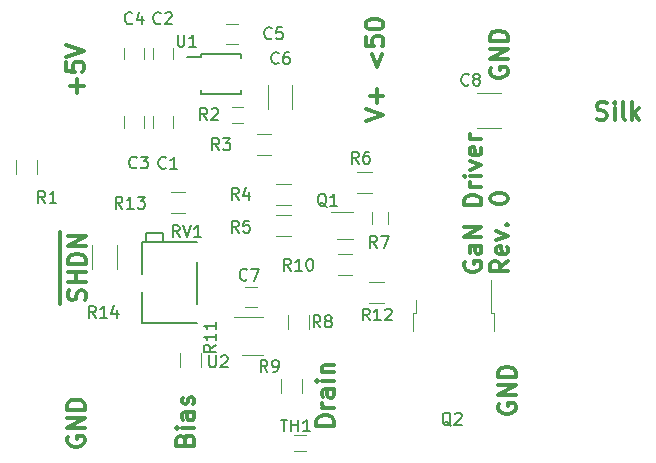
<source format=gto>
G04 #@! TF.GenerationSoftware,KiCad,Pcbnew,(5.1.4)-1*
G04 #@! TF.CreationDate,2019-11-14T19:44:45-06:00*
G04 #@! TF.ProjectId,Cree_GaN_Driver,43726565-5f47-4614-9e5f-447269766572,rev?*
G04 #@! TF.SameCoordinates,Original*
G04 #@! TF.FileFunction,Legend,Top*
G04 #@! TF.FilePolarity,Positive*
%FSLAX46Y46*%
G04 Gerber Fmt 4.6, Leading zero omitted, Abs format (unit mm)*
G04 Created by KiCad (PCBNEW (5.1.4)-1) date 2019-11-14 19:44:45*
%MOMM*%
%LPD*%
G04 APERTURE LIST*
%ADD10C,0.300000*%
%ADD11C,0.120000*%
%ADD12C,0.150000*%
G04 APERTURE END LIST*
D10*
X150919571Y-164013057D02*
X150205285Y-164513057D01*
X150919571Y-164870200D02*
X149419571Y-164870200D01*
X149419571Y-164298771D01*
X149491000Y-164155914D01*
X149562428Y-164084485D01*
X149705285Y-164013057D01*
X149919571Y-164013057D01*
X150062428Y-164084485D01*
X150133857Y-164155914D01*
X150205285Y-164298771D01*
X150205285Y-164870200D01*
X150848142Y-162798771D02*
X150919571Y-162941628D01*
X150919571Y-163227342D01*
X150848142Y-163370200D01*
X150705285Y-163441628D01*
X150133857Y-163441628D01*
X149991000Y-163370200D01*
X149919571Y-163227342D01*
X149919571Y-162941628D01*
X149991000Y-162798771D01*
X150133857Y-162727342D01*
X150276714Y-162727342D01*
X150419571Y-163441628D01*
X149919571Y-162227342D02*
X150919571Y-161870200D01*
X149919571Y-161513057D01*
X150776714Y-160941628D02*
X150848142Y-160870200D01*
X150919571Y-160941628D01*
X150848142Y-161013057D01*
X150776714Y-160941628D01*
X150919571Y-160941628D01*
X149419571Y-158798771D02*
X149419571Y-158655914D01*
X149491000Y-158513057D01*
X149562428Y-158441628D01*
X149705285Y-158370200D01*
X149991000Y-158298771D01*
X150348142Y-158298771D01*
X150633857Y-158370200D01*
X150776714Y-158441628D01*
X150848142Y-158513057D01*
X150919571Y-158655914D01*
X150919571Y-158798771D01*
X150848142Y-158941628D01*
X150776714Y-159013057D01*
X150633857Y-159084485D01*
X150348142Y-159155914D01*
X149991000Y-159155914D01*
X149705285Y-159084485D01*
X149562428Y-159013057D01*
X149491000Y-158941628D01*
X149419571Y-158798771D01*
X147230400Y-164074657D02*
X147158971Y-164217514D01*
X147158971Y-164431800D01*
X147230400Y-164646085D01*
X147373257Y-164788942D01*
X147516114Y-164860371D01*
X147801828Y-164931800D01*
X148016114Y-164931800D01*
X148301828Y-164860371D01*
X148444685Y-164788942D01*
X148587542Y-164646085D01*
X148658971Y-164431800D01*
X148658971Y-164288942D01*
X148587542Y-164074657D01*
X148516114Y-164003228D01*
X148016114Y-164003228D01*
X148016114Y-164288942D01*
X148658971Y-162717514D02*
X147873257Y-162717514D01*
X147730400Y-162788942D01*
X147658971Y-162931800D01*
X147658971Y-163217514D01*
X147730400Y-163360371D01*
X148587542Y-162717514D02*
X148658971Y-162860371D01*
X148658971Y-163217514D01*
X148587542Y-163360371D01*
X148444685Y-163431800D01*
X148301828Y-163431800D01*
X148158971Y-163360371D01*
X148087542Y-163217514D01*
X148087542Y-162860371D01*
X148016114Y-162717514D01*
X148658971Y-162003228D02*
X147158971Y-162003228D01*
X148658971Y-161146085D01*
X147158971Y-161146085D01*
X148658971Y-159288942D02*
X147158971Y-159288942D01*
X147158971Y-158931800D01*
X147230400Y-158717514D01*
X147373257Y-158574657D01*
X147516114Y-158503228D01*
X147801828Y-158431800D01*
X148016114Y-158431800D01*
X148301828Y-158503228D01*
X148444685Y-158574657D01*
X148587542Y-158717514D01*
X148658971Y-158931800D01*
X148658971Y-159288942D01*
X148658971Y-157788942D02*
X147658971Y-157788942D01*
X147944685Y-157788942D02*
X147801828Y-157717514D01*
X147730400Y-157646085D01*
X147658971Y-157503228D01*
X147658971Y-157360371D01*
X148658971Y-156860371D02*
X147658971Y-156860371D01*
X147158971Y-156860371D02*
X147230400Y-156931800D01*
X147301828Y-156860371D01*
X147230400Y-156788942D01*
X147158971Y-156860371D01*
X147301828Y-156860371D01*
X147658971Y-156288942D02*
X148658971Y-155931800D01*
X147658971Y-155574657D01*
X148587542Y-154431800D02*
X148658971Y-154574657D01*
X148658971Y-154860371D01*
X148587542Y-155003228D01*
X148444685Y-155074657D01*
X147873257Y-155074657D01*
X147730400Y-155003228D01*
X147658971Y-154860371D01*
X147658971Y-154574657D01*
X147730400Y-154431800D01*
X147873257Y-154360371D01*
X148016114Y-154360371D01*
X148158971Y-155074657D01*
X148658971Y-153717514D02*
X147658971Y-153717514D01*
X147944685Y-153717514D02*
X147801828Y-153646085D01*
X147730400Y-153574657D01*
X147658971Y-153431800D01*
X147658971Y-153288942D01*
X158424785Y-151991142D02*
X158639071Y-152062571D01*
X158996214Y-152062571D01*
X159139071Y-151991142D01*
X159210500Y-151919714D01*
X159281928Y-151776857D01*
X159281928Y-151634000D01*
X159210500Y-151491142D01*
X159139071Y-151419714D01*
X158996214Y-151348285D01*
X158710500Y-151276857D01*
X158567642Y-151205428D01*
X158496214Y-151134000D01*
X158424785Y-150991142D01*
X158424785Y-150848285D01*
X158496214Y-150705428D01*
X158567642Y-150634000D01*
X158710500Y-150562571D01*
X159067642Y-150562571D01*
X159281928Y-150634000D01*
X159924785Y-152062571D02*
X159924785Y-151062571D01*
X159924785Y-150562571D02*
X159853357Y-150634000D01*
X159924785Y-150705428D01*
X159996214Y-150634000D01*
X159924785Y-150562571D01*
X159924785Y-150705428D01*
X160853357Y-152062571D02*
X160710500Y-151991142D01*
X160639071Y-151848285D01*
X160639071Y-150562571D01*
X161424785Y-152062571D02*
X161424785Y-150562571D01*
X161567642Y-151491142D02*
X161996214Y-152062571D01*
X161996214Y-151062571D02*
X161424785Y-151634000D01*
X138853171Y-152134342D02*
X140353171Y-151634342D01*
X138853171Y-151134342D01*
X139781742Y-150634342D02*
X139781742Y-149491485D01*
X140353171Y-150062914D02*
X139210314Y-150062914D01*
X139353171Y-146491485D02*
X139781742Y-147634342D01*
X140210314Y-146491485D01*
X138853171Y-145062914D02*
X138853171Y-145777200D01*
X139567457Y-145848628D01*
X139496028Y-145777200D01*
X139424600Y-145634342D01*
X139424600Y-145277200D01*
X139496028Y-145134342D01*
X139567457Y-145062914D01*
X139710314Y-144991485D01*
X140067457Y-144991485D01*
X140210314Y-145062914D01*
X140281742Y-145134342D01*
X140353171Y-145277200D01*
X140353171Y-145634342D01*
X140281742Y-145777200D01*
X140210314Y-145848628D01*
X138853171Y-144062914D02*
X138853171Y-143920057D01*
X138924600Y-143777200D01*
X138996028Y-143705771D01*
X139138885Y-143634342D01*
X139424600Y-143562914D01*
X139781742Y-143562914D01*
X140067457Y-143634342D01*
X140210314Y-143705771D01*
X140281742Y-143777200D01*
X140353171Y-143920057D01*
X140353171Y-144062914D01*
X140281742Y-144205771D01*
X140210314Y-144277200D01*
X140067457Y-144348628D01*
X139781742Y-144420057D01*
X139424600Y-144420057D01*
X139138885Y-144348628D01*
X138996028Y-144277200D01*
X138924600Y-144205771D01*
X138853171Y-144062914D01*
X149440200Y-147675457D02*
X149368771Y-147818314D01*
X149368771Y-148032600D01*
X149440200Y-148246885D01*
X149583057Y-148389742D01*
X149725914Y-148461171D01*
X150011628Y-148532600D01*
X150225914Y-148532600D01*
X150511628Y-148461171D01*
X150654485Y-148389742D01*
X150797342Y-148246885D01*
X150868771Y-148032600D01*
X150868771Y-147889742D01*
X150797342Y-147675457D01*
X150725914Y-147604028D01*
X150225914Y-147604028D01*
X150225914Y-147889742D01*
X150868771Y-146961171D02*
X149368771Y-146961171D01*
X150868771Y-146104028D01*
X149368771Y-146104028D01*
X150868771Y-145389742D02*
X149368771Y-145389742D01*
X149368771Y-145032600D01*
X149440200Y-144818314D01*
X149583057Y-144675457D01*
X149725914Y-144604028D01*
X150011628Y-144532600D01*
X150225914Y-144532600D01*
X150511628Y-144604028D01*
X150654485Y-144675457D01*
X150797342Y-144818314D01*
X150868771Y-145032600D01*
X150868771Y-145389742D01*
X150151400Y-176123457D02*
X150079971Y-176266314D01*
X150079971Y-176480600D01*
X150151400Y-176694885D01*
X150294257Y-176837742D01*
X150437114Y-176909171D01*
X150722828Y-176980600D01*
X150937114Y-176980600D01*
X151222828Y-176909171D01*
X151365685Y-176837742D01*
X151508542Y-176694885D01*
X151579971Y-176480600D01*
X151579971Y-176337742D01*
X151508542Y-176123457D01*
X151437114Y-176052028D01*
X150937114Y-176052028D01*
X150937114Y-176337742D01*
X151579971Y-175409171D02*
X150079971Y-175409171D01*
X151579971Y-174552028D01*
X150079971Y-174552028D01*
X151579971Y-173837742D02*
X150079971Y-173837742D01*
X150079971Y-173480600D01*
X150151400Y-173266314D01*
X150294257Y-173123457D01*
X150437114Y-173052028D01*
X150722828Y-172980600D01*
X150937114Y-172980600D01*
X151222828Y-173052028D01*
X151365685Y-173123457D01*
X151508542Y-173266314D01*
X151579971Y-173480600D01*
X151579971Y-173837742D01*
X113651600Y-178892057D02*
X113580171Y-179034914D01*
X113580171Y-179249200D01*
X113651600Y-179463485D01*
X113794457Y-179606342D01*
X113937314Y-179677771D01*
X114223028Y-179749200D01*
X114437314Y-179749200D01*
X114723028Y-179677771D01*
X114865885Y-179606342D01*
X115008742Y-179463485D01*
X115080171Y-179249200D01*
X115080171Y-179106342D01*
X115008742Y-178892057D01*
X114937314Y-178820628D01*
X114437314Y-178820628D01*
X114437314Y-179106342D01*
X115080171Y-178177771D02*
X113580171Y-178177771D01*
X115080171Y-177320628D01*
X113580171Y-177320628D01*
X115080171Y-176606342D02*
X113580171Y-176606342D01*
X113580171Y-176249200D01*
X113651600Y-176034914D01*
X113794457Y-175892057D01*
X113937314Y-175820628D01*
X114223028Y-175749200D01*
X114437314Y-175749200D01*
X114723028Y-175820628D01*
X114865885Y-175892057D01*
X115008742Y-176034914D01*
X115080171Y-176249200D01*
X115080171Y-176606342D01*
X113007800Y-167627714D02*
X113007800Y-166199142D01*
X115084942Y-167342000D02*
X115156371Y-167127714D01*
X115156371Y-166770571D01*
X115084942Y-166627714D01*
X115013514Y-166556285D01*
X114870657Y-166484857D01*
X114727800Y-166484857D01*
X114584942Y-166556285D01*
X114513514Y-166627714D01*
X114442085Y-166770571D01*
X114370657Y-167056285D01*
X114299228Y-167199142D01*
X114227800Y-167270571D01*
X114084942Y-167342000D01*
X113942085Y-167342000D01*
X113799228Y-167270571D01*
X113727800Y-167199142D01*
X113656371Y-167056285D01*
X113656371Y-166699142D01*
X113727800Y-166484857D01*
X113007800Y-166199142D02*
X113007800Y-164627714D01*
X115156371Y-165842000D02*
X113656371Y-165842000D01*
X114370657Y-165842000D02*
X114370657Y-164984857D01*
X115156371Y-164984857D02*
X113656371Y-164984857D01*
X113007800Y-164627714D02*
X113007800Y-163127714D01*
X115156371Y-164270571D02*
X113656371Y-164270571D01*
X113656371Y-163913428D01*
X113727800Y-163699142D01*
X113870657Y-163556285D01*
X114013514Y-163484857D01*
X114299228Y-163413428D01*
X114513514Y-163413428D01*
X114799228Y-163484857D01*
X114942085Y-163556285D01*
X115084942Y-163699142D01*
X115156371Y-163913428D01*
X115156371Y-164270571D01*
X113007800Y-163127714D02*
X113007800Y-161556285D01*
X115156371Y-162770571D02*
X113656371Y-162770571D01*
X115156371Y-161913428D01*
X113656371Y-161913428D01*
X114432542Y-149781971D02*
X114432542Y-148639114D01*
X115003971Y-149210542D02*
X113861114Y-149210542D01*
X113503971Y-147210542D02*
X113503971Y-147924828D01*
X114218257Y-147996257D01*
X114146828Y-147924828D01*
X114075400Y-147781971D01*
X114075400Y-147424828D01*
X114146828Y-147281971D01*
X114218257Y-147210542D01*
X114361114Y-147139114D01*
X114718257Y-147139114D01*
X114861114Y-147210542D01*
X114932542Y-147281971D01*
X115003971Y-147424828D01*
X115003971Y-147781971D01*
X114932542Y-147924828D01*
X114861114Y-147996257D01*
X113503971Y-146710542D02*
X115003971Y-146210542D01*
X113503971Y-145710542D01*
X136187571Y-177958428D02*
X134687571Y-177958428D01*
X134687571Y-177601285D01*
X134759000Y-177387000D01*
X134901857Y-177244142D01*
X135044714Y-177172714D01*
X135330428Y-177101285D01*
X135544714Y-177101285D01*
X135830428Y-177172714D01*
X135973285Y-177244142D01*
X136116142Y-177387000D01*
X136187571Y-177601285D01*
X136187571Y-177958428D01*
X136187571Y-176458428D02*
X135187571Y-176458428D01*
X135473285Y-176458428D02*
X135330428Y-176387000D01*
X135259000Y-176315571D01*
X135187571Y-176172714D01*
X135187571Y-176029857D01*
X136187571Y-174887000D02*
X135401857Y-174887000D01*
X135259000Y-174958428D01*
X135187571Y-175101285D01*
X135187571Y-175387000D01*
X135259000Y-175529857D01*
X136116142Y-174887000D02*
X136187571Y-175029857D01*
X136187571Y-175387000D01*
X136116142Y-175529857D01*
X135973285Y-175601285D01*
X135830428Y-175601285D01*
X135687571Y-175529857D01*
X135616142Y-175387000D01*
X135616142Y-175029857D01*
X135544714Y-174887000D01*
X136187571Y-174172714D02*
X135187571Y-174172714D01*
X134687571Y-174172714D02*
X134759000Y-174244142D01*
X134830428Y-174172714D01*
X134759000Y-174101285D01*
X134687571Y-174172714D01*
X134830428Y-174172714D01*
X135187571Y-173458428D02*
X136187571Y-173458428D01*
X135330428Y-173458428D02*
X135259000Y-173387000D01*
X135187571Y-173244142D01*
X135187571Y-173029857D01*
X135259000Y-172887000D01*
X135401857Y-172815571D01*
X136187571Y-172815571D01*
X123540057Y-179157914D02*
X123611485Y-178943628D01*
X123682914Y-178872200D01*
X123825771Y-178800771D01*
X124040057Y-178800771D01*
X124182914Y-178872200D01*
X124254342Y-178943628D01*
X124325771Y-179086485D01*
X124325771Y-179657914D01*
X122825771Y-179657914D01*
X122825771Y-179157914D01*
X122897200Y-179015057D01*
X122968628Y-178943628D01*
X123111485Y-178872200D01*
X123254342Y-178872200D01*
X123397200Y-178943628D01*
X123468628Y-179015057D01*
X123540057Y-179157914D01*
X123540057Y-179657914D01*
X124325771Y-178157914D02*
X123325771Y-178157914D01*
X122825771Y-178157914D02*
X122897200Y-178229342D01*
X122968628Y-178157914D01*
X122897200Y-178086485D01*
X122825771Y-178157914D01*
X122968628Y-178157914D01*
X124325771Y-176800771D02*
X123540057Y-176800771D01*
X123397200Y-176872200D01*
X123325771Y-177015057D01*
X123325771Y-177300771D01*
X123397200Y-177443628D01*
X124254342Y-176800771D02*
X124325771Y-176943628D01*
X124325771Y-177300771D01*
X124254342Y-177443628D01*
X124111485Y-177515057D01*
X123968628Y-177515057D01*
X123825771Y-177443628D01*
X123754342Y-177300771D01*
X123754342Y-176943628D01*
X123682914Y-176800771D01*
X124254342Y-176157914D02*
X124325771Y-176015057D01*
X124325771Y-175729342D01*
X124254342Y-175586485D01*
X124111485Y-175515057D01*
X124040057Y-175515057D01*
X123897200Y-175586485D01*
X123825771Y-175729342D01*
X123825771Y-175943628D01*
X123754342Y-176086485D01*
X123611485Y-176157914D01*
X123540057Y-176157914D01*
X123397200Y-176086485D01*
X123325771Y-175943628D01*
X123325771Y-175729342D01*
X123397200Y-175586485D01*
D11*
X111039800Y-155436000D02*
X111039800Y-156636000D01*
X109279800Y-156636000D02*
X109279800Y-155436000D01*
X120816000Y-151773000D02*
X120816000Y-152773000D01*
X122516000Y-152773000D02*
X122516000Y-151773000D01*
X122516000Y-146951000D02*
X122516000Y-145951000D01*
X120816000Y-145951000D02*
X120816000Y-146951000D01*
X120103000Y-152773000D02*
X120103000Y-151773000D01*
X118403000Y-151773000D02*
X118403000Y-152773000D01*
X118403000Y-145951000D02*
X118403000Y-146951000D01*
X120103000Y-146951000D02*
X120103000Y-145951000D01*
X127008000Y-145630000D02*
X128008000Y-145630000D01*
X128008000Y-143930000D02*
X127008000Y-143930000D01*
X130552000Y-149138000D02*
X130552000Y-151138000D01*
X132592000Y-151138000D02*
X132592000Y-149138000D01*
X129615500Y-166218500D02*
X128615500Y-166218500D01*
X128615500Y-167918500D02*
X129615500Y-167918500D01*
X136399000Y-162181000D02*
X137799000Y-162181000D01*
X137799000Y-159861000D02*
X135899000Y-159861000D01*
X143125000Y-168428000D02*
X143125000Y-167328000D01*
X142855000Y-168428000D02*
X143125000Y-168428000D01*
X142855000Y-169928000D02*
X142855000Y-168428000D01*
X149485000Y-168428000D02*
X149485000Y-165598000D01*
X149755000Y-168428000D02*
X149485000Y-168428000D01*
X149755000Y-169928000D02*
X149755000Y-168428000D01*
X128504000Y-152318000D02*
X127504000Y-152318000D01*
X127504000Y-150958000D02*
X128504000Y-150958000D01*
X129655000Y-153298000D02*
X130855000Y-153298000D01*
X130855000Y-155058000D02*
X129655000Y-155058000D01*
X132506000Y-159249000D02*
X131306000Y-159249000D01*
X131306000Y-157489000D02*
X132506000Y-157489000D01*
X131306000Y-160156000D02*
X132506000Y-160156000D01*
X132506000Y-161916000D02*
X131306000Y-161916000D01*
X138164000Y-156473000D02*
X139364000Y-156473000D01*
X139364000Y-158233000D02*
X138164000Y-158233000D01*
X139401000Y-160913000D02*
X139401000Y-159913000D01*
X140761000Y-159913000D02*
X140761000Y-160913000D01*
X134039500Y-168564000D02*
X134039500Y-169764000D01*
X132279500Y-169764000D02*
X132279500Y-168564000D01*
X131708000Y-175178000D02*
X131708000Y-173978000D01*
X133468000Y-173978000D02*
X133468000Y-175178000D01*
X137680000Y-165218000D02*
X136480000Y-165218000D01*
X136480000Y-163458000D02*
X137680000Y-163458000D01*
X139180000Y-165807500D02*
X140380000Y-165807500D01*
X140380000Y-167567500D02*
X139180000Y-167567500D01*
X115668400Y-164671000D02*
X115668400Y-162671000D01*
X117808400Y-162671000D02*
X117808400Y-164671000D01*
D12*
X119888000Y-165100000D02*
X119888000Y-162433000D01*
X119888000Y-162433000D02*
X124587000Y-162433000D01*
X124587000Y-164084000D02*
X124587000Y-167640000D01*
X124587000Y-169291000D02*
X119888000Y-169291000D01*
X119888000Y-169291000D02*
X119888000Y-166624000D01*
X120269000Y-162433000D02*
X120269000Y-161671000D01*
X120269000Y-161671000D02*
X121666000Y-161671000D01*
X121666000Y-161671000D02*
X121666000Y-162433000D01*
D11*
X133766000Y-180131000D02*
X132766000Y-180131000D01*
X132766000Y-178771000D02*
X133766000Y-178771000D01*
D12*
X124944000Y-146759000D02*
X123719000Y-146759000D01*
X124944000Y-149884000D02*
X128294000Y-149884000D01*
X124944000Y-146534000D02*
X128294000Y-146534000D01*
X124944000Y-149884000D02*
X124944000Y-149584000D01*
X128294000Y-149884000D02*
X128294000Y-149584000D01*
X128294000Y-146534000D02*
X128294000Y-146834000D01*
X124944000Y-146534000D02*
X124944000Y-146759000D01*
D11*
X130186000Y-168760500D02*
X127736000Y-168760500D01*
X128386000Y-171980500D02*
X130186000Y-171980500D01*
X148288500Y-149840500D02*
X150288500Y-149840500D01*
X150288500Y-152800500D02*
X148288500Y-152800500D01*
X124933600Y-171786000D02*
X124933600Y-172986000D01*
X123173600Y-172986000D02*
X123173600Y-171786000D01*
X122336000Y-158200200D02*
X123536000Y-158200200D01*
X123536000Y-159960200D02*
X122336000Y-159960200D01*
D12*
X111720333Y-159100780D02*
X111387000Y-158624590D01*
X111148904Y-159100780D02*
X111148904Y-158100780D01*
X111529857Y-158100780D01*
X111625095Y-158148400D01*
X111672714Y-158196019D01*
X111720333Y-158291257D01*
X111720333Y-158434114D01*
X111672714Y-158529352D01*
X111625095Y-158576971D01*
X111529857Y-158624590D01*
X111148904Y-158624590D01*
X112672714Y-159100780D02*
X112101285Y-159100780D01*
X112387000Y-159100780D02*
X112387000Y-158100780D01*
X112291761Y-158243638D01*
X112196523Y-158338876D01*
X112101285Y-158386495D01*
X121931133Y-156109942D02*
X121883514Y-156157561D01*
X121740657Y-156205180D01*
X121645419Y-156205180D01*
X121502561Y-156157561D01*
X121407323Y-156062323D01*
X121359704Y-155967085D01*
X121312085Y-155776609D01*
X121312085Y-155633752D01*
X121359704Y-155443276D01*
X121407323Y-155348038D01*
X121502561Y-155252800D01*
X121645419Y-155205180D01*
X121740657Y-155205180D01*
X121883514Y-155252800D01*
X121931133Y-155300419D01*
X122883514Y-156205180D02*
X122312085Y-156205180D01*
X122597800Y-156205180D02*
X122597800Y-155205180D01*
X122502561Y-155348038D01*
X122407323Y-155443276D01*
X122312085Y-155490895D01*
X121499333Y-143867142D02*
X121451714Y-143914761D01*
X121308857Y-143962380D01*
X121213619Y-143962380D01*
X121070761Y-143914761D01*
X120975523Y-143819523D01*
X120927904Y-143724285D01*
X120880285Y-143533809D01*
X120880285Y-143390952D01*
X120927904Y-143200476D01*
X120975523Y-143105238D01*
X121070761Y-143010000D01*
X121213619Y-142962380D01*
X121308857Y-142962380D01*
X121451714Y-143010000D01*
X121499333Y-143057619D01*
X121880285Y-143057619D02*
X121927904Y-143010000D01*
X122023142Y-142962380D01*
X122261238Y-142962380D01*
X122356476Y-143010000D01*
X122404095Y-143057619D01*
X122451714Y-143152857D01*
X122451714Y-143248095D01*
X122404095Y-143390952D01*
X121832666Y-143962380D01*
X122451714Y-143962380D01*
X119467333Y-156084542D02*
X119419714Y-156132161D01*
X119276857Y-156179780D01*
X119181619Y-156179780D01*
X119038761Y-156132161D01*
X118943523Y-156036923D01*
X118895904Y-155941685D01*
X118848285Y-155751209D01*
X118848285Y-155608352D01*
X118895904Y-155417876D01*
X118943523Y-155322638D01*
X119038761Y-155227400D01*
X119181619Y-155179780D01*
X119276857Y-155179780D01*
X119419714Y-155227400D01*
X119467333Y-155275019D01*
X119800666Y-155179780D02*
X120419714Y-155179780D01*
X120086380Y-155560733D01*
X120229238Y-155560733D01*
X120324476Y-155608352D01*
X120372095Y-155655971D01*
X120419714Y-155751209D01*
X120419714Y-155989304D01*
X120372095Y-156084542D01*
X120324476Y-156132161D01*
X120229238Y-156179780D01*
X119943523Y-156179780D01*
X119848285Y-156132161D01*
X119800666Y-156084542D01*
X119086333Y-143867142D02*
X119038714Y-143914761D01*
X118895857Y-143962380D01*
X118800619Y-143962380D01*
X118657761Y-143914761D01*
X118562523Y-143819523D01*
X118514904Y-143724285D01*
X118467285Y-143533809D01*
X118467285Y-143390952D01*
X118514904Y-143200476D01*
X118562523Y-143105238D01*
X118657761Y-143010000D01*
X118800619Y-142962380D01*
X118895857Y-142962380D01*
X119038714Y-143010000D01*
X119086333Y-143057619D01*
X119943476Y-143295714D02*
X119943476Y-143962380D01*
X119705380Y-142914761D02*
X119467285Y-143629047D01*
X120086333Y-143629047D01*
X130897333Y-145137142D02*
X130849714Y-145184761D01*
X130706857Y-145232380D01*
X130611619Y-145232380D01*
X130468761Y-145184761D01*
X130373523Y-145089523D01*
X130325904Y-144994285D01*
X130278285Y-144803809D01*
X130278285Y-144660952D01*
X130325904Y-144470476D01*
X130373523Y-144375238D01*
X130468761Y-144280000D01*
X130611619Y-144232380D01*
X130706857Y-144232380D01*
X130849714Y-144280000D01*
X130897333Y-144327619D01*
X131802095Y-144232380D02*
X131325904Y-144232380D01*
X131278285Y-144708571D01*
X131325904Y-144660952D01*
X131421142Y-144613333D01*
X131659238Y-144613333D01*
X131754476Y-144660952D01*
X131802095Y-144708571D01*
X131849714Y-144803809D01*
X131849714Y-145041904D01*
X131802095Y-145137142D01*
X131754476Y-145184761D01*
X131659238Y-145232380D01*
X131421142Y-145232380D01*
X131325904Y-145184761D01*
X131278285Y-145137142D01*
X131481533Y-147245342D02*
X131433914Y-147292961D01*
X131291057Y-147340580D01*
X131195819Y-147340580D01*
X131052961Y-147292961D01*
X130957723Y-147197723D01*
X130910104Y-147102485D01*
X130862485Y-146912009D01*
X130862485Y-146769152D01*
X130910104Y-146578676D01*
X130957723Y-146483438D01*
X131052961Y-146388200D01*
X131195819Y-146340580D01*
X131291057Y-146340580D01*
X131433914Y-146388200D01*
X131481533Y-146435819D01*
X132338676Y-146340580D02*
X132148200Y-146340580D01*
X132052961Y-146388200D01*
X132005342Y-146435819D01*
X131910104Y-146578676D01*
X131862485Y-146769152D01*
X131862485Y-147150104D01*
X131910104Y-147245342D01*
X131957723Y-147292961D01*
X132052961Y-147340580D01*
X132243438Y-147340580D01*
X132338676Y-147292961D01*
X132386295Y-147245342D01*
X132433914Y-147150104D01*
X132433914Y-146912009D01*
X132386295Y-146816771D01*
X132338676Y-146769152D01*
X132243438Y-146721533D01*
X132052961Y-146721533D01*
X131957723Y-146769152D01*
X131910104Y-146816771D01*
X131862485Y-146912009D01*
X128801833Y-165584142D02*
X128754214Y-165631761D01*
X128611357Y-165679380D01*
X128516119Y-165679380D01*
X128373261Y-165631761D01*
X128278023Y-165536523D01*
X128230404Y-165441285D01*
X128182785Y-165250809D01*
X128182785Y-165107952D01*
X128230404Y-164917476D01*
X128278023Y-164822238D01*
X128373261Y-164727000D01*
X128516119Y-164679380D01*
X128611357Y-164679380D01*
X128754214Y-164727000D01*
X128801833Y-164774619D01*
X129135166Y-164679380D02*
X129801833Y-164679380D01*
X129373261Y-165679380D01*
X135540761Y-159424619D02*
X135445523Y-159377000D01*
X135350285Y-159281761D01*
X135207428Y-159138904D01*
X135112190Y-159091285D01*
X135016952Y-159091285D01*
X135064571Y-159329380D02*
X134969333Y-159281761D01*
X134874095Y-159186523D01*
X134826476Y-158996047D01*
X134826476Y-158662714D01*
X134874095Y-158472238D01*
X134969333Y-158377000D01*
X135064571Y-158329380D01*
X135255047Y-158329380D01*
X135350285Y-158377000D01*
X135445523Y-158472238D01*
X135493142Y-158662714D01*
X135493142Y-158996047D01*
X135445523Y-159186523D01*
X135350285Y-159281761D01*
X135255047Y-159329380D01*
X135064571Y-159329380D01*
X136445523Y-159329380D02*
X135874095Y-159329380D01*
X136159809Y-159329380D02*
X136159809Y-158329380D01*
X136064571Y-158472238D01*
X135969333Y-158567476D01*
X135874095Y-158615095D01*
X146081761Y-177966619D02*
X145986523Y-177919000D01*
X145891285Y-177823761D01*
X145748428Y-177680904D01*
X145653190Y-177633285D01*
X145557952Y-177633285D01*
X145605571Y-177871380D02*
X145510333Y-177823761D01*
X145415095Y-177728523D01*
X145367476Y-177538047D01*
X145367476Y-177204714D01*
X145415095Y-177014238D01*
X145510333Y-176919000D01*
X145605571Y-176871380D01*
X145796047Y-176871380D01*
X145891285Y-176919000D01*
X145986523Y-177014238D01*
X146034142Y-177204714D01*
X146034142Y-177538047D01*
X145986523Y-177728523D01*
X145891285Y-177823761D01*
X145796047Y-177871380D01*
X145605571Y-177871380D01*
X146415095Y-176966619D02*
X146462714Y-176919000D01*
X146557952Y-176871380D01*
X146796047Y-176871380D01*
X146891285Y-176919000D01*
X146938904Y-176966619D01*
X146986523Y-177061857D01*
X146986523Y-177157095D01*
X146938904Y-177299952D01*
X146367476Y-177871380D01*
X146986523Y-177871380D01*
X125436333Y-152090380D02*
X125103000Y-151614190D01*
X124864904Y-152090380D02*
X124864904Y-151090380D01*
X125245857Y-151090380D01*
X125341095Y-151138000D01*
X125388714Y-151185619D01*
X125436333Y-151280857D01*
X125436333Y-151423714D01*
X125388714Y-151518952D01*
X125341095Y-151566571D01*
X125245857Y-151614190D01*
X124864904Y-151614190D01*
X125817285Y-151185619D02*
X125864904Y-151138000D01*
X125960142Y-151090380D01*
X126198238Y-151090380D01*
X126293476Y-151138000D01*
X126341095Y-151185619D01*
X126388714Y-151280857D01*
X126388714Y-151376095D01*
X126341095Y-151518952D01*
X125769666Y-152090380D01*
X126388714Y-152090380D01*
X126452333Y-154630380D02*
X126119000Y-154154190D01*
X125880904Y-154630380D02*
X125880904Y-153630380D01*
X126261857Y-153630380D01*
X126357095Y-153678000D01*
X126404714Y-153725619D01*
X126452333Y-153820857D01*
X126452333Y-153963714D01*
X126404714Y-154058952D01*
X126357095Y-154106571D01*
X126261857Y-154154190D01*
X125880904Y-154154190D01*
X126785666Y-153630380D02*
X127404714Y-153630380D01*
X127071380Y-154011333D01*
X127214238Y-154011333D01*
X127309476Y-154058952D01*
X127357095Y-154106571D01*
X127404714Y-154201809D01*
X127404714Y-154439904D01*
X127357095Y-154535142D01*
X127309476Y-154582761D01*
X127214238Y-154630380D01*
X126928523Y-154630380D01*
X126833285Y-154582761D01*
X126785666Y-154535142D01*
X128103333Y-158821380D02*
X127770000Y-158345190D01*
X127531904Y-158821380D02*
X127531904Y-157821380D01*
X127912857Y-157821380D01*
X128008095Y-157869000D01*
X128055714Y-157916619D01*
X128103333Y-158011857D01*
X128103333Y-158154714D01*
X128055714Y-158249952D01*
X128008095Y-158297571D01*
X127912857Y-158345190D01*
X127531904Y-158345190D01*
X128960476Y-158154714D02*
X128960476Y-158821380D01*
X128722380Y-157773761D02*
X128484285Y-158488047D01*
X129103333Y-158488047D01*
X128103333Y-161615380D02*
X127770000Y-161139190D01*
X127531904Y-161615380D02*
X127531904Y-160615380D01*
X127912857Y-160615380D01*
X128008095Y-160663000D01*
X128055714Y-160710619D01*
X128103333Y-160805857D01*
X128103333Y-160948714D01*
X128055714Y-161043952D01*
X128008095Y-161091571D01*
X127912857Y-161139190D01*
X127531904Y-161139190D01*
X129008095Y-160615380D02*
X128531904Y-160615380D01*
X128484285Y-161091571D01*
X128531904Y-161043952D01*
X128627142Y-160996333D01*
X128865238Y-160996333D01*
X128960476Y-161043952D01*
X129008095Y-161091571D01*
X129055714Y-161186809D01*
X129055714Y-161424904D01*
X129008095Y-161520142D01*
X128960476Y-161567761D01*
X128865238Y-161615380D01*
X128627142Y-161615380D01*
X128531904Y-161567761D01*
X128484285Y-161520142D01*
X138263333Y-155773380D02*
X137930000Y-155297190D01*
X137691904Y-155773380D02*
X137691904Y-154773380D01*
X138072857Y-154773380D01*
X138168095Y-154821000D01*
X138215714Y-154868619D01*
X138263333Y-154963857D01*
X138263333Y-155106714D01*
X138215714Y-155201952D01*
X138168095Y-155249571D01*
X138072857Y-155297190D01*
X137691904Y-155297190D01*
X139120476Y-154773380D02*
X138930000Y-154773380D01*
X138834761Y-154821000D01*
X138787142Y-154868619D01*
X138691904Y-155011476D01*
X138644285Y-155201952D01*
X138644285Y-155582904D01*
X138691904Y-155678142D01*
X138739523Y-155725761D01*
X138834761Y-155773380D01*
X139025238Y-155773380D01*
X139120476Y-155725761D01*
X139168095Y-155678142D01*
X139215714Y-155582904D01*
X139215714Y-155344809D01*
X139168095Y-155249571D01*
X139120476Y-155201952D01*
X139025238Y-155154333D01*
X138834761Y-155154333D01*
X138739523Y-155201952D01*
X138691904Y-155249571D01*
X138644285Y-155344809D01*
X139812733Y-162885380D02*
X139479400Y-162409190D01*
X139241304Y-162885380D02*
X139241304Y-161885380D01*
X139622257Y-161885380D01*
X139717495Y-161933000D01*
X139765114Y-161980619D01*
X139812733Y-162075857D01*
X139812733Y-162218714D01*
X139765114Y-162313952D01*
X139717495Y-162361571D01*
X139622257Y-162409190D01*
X139241304Y-162409190D01*
X140146066Y-161885380D02*
X140812733Y-161885380D01*
X140384161Y-162885380D01*
X135024833Y-169632880D02*
X134691500Y-169156690D01*
X134453404Y-169632880D02*
X134453404Y-168632880D01*
X134834357Y-168632880D01*
X134929595Y-168680500D01*
X134977214Y-168728119D01*
X135024833Y-168823357D01*
X135024833Y-168966214D01*
X134977214Y-169061452D01*
X134929595Y-169109071D01*
X134834357Y-169156690D01*
X134453404Y-169156690D01*
X135596261Y-169061452D02*
X135501023Y-169013833D01*
X135453404Y-168966214D01*
X135405785Y-168870976D01*
X135405785Y-168823357D01*
X135453404Y-168728119D01*
X135501023Y-168680500D01*
X135596261Y-168632880D01*
X135786738Y-168632880D01*
X135881976Y-168680500D01*
X135929595Y-168728119D01*
X135977214Y-168823357D01*
X135977214Y-168870976D01*
X135929595Y-168966214D01*
X135881976Y-169013833D01*
X135786738Y-169061452D01*
X135596261Y-169061452D01*
X135501023Y-169109071D01*
X135453404Y-169156690D01*
X135405785Y-169251928D01*
X135405785Y-169442404D01*
X135453404Y-169537642D01*
X135501023Y-169585261D01*
X135596261Y-169632880D01*
X135786738Y-169632880D01*
X135881976Y-169585261D01*
X135929595Y-169537642D01*
X135977214Y-169442404D01*
X135977214Y-169251928D01*
X135929595Y-169156690D01*
X135881976Y-169109071D01*
X135786738Y-169061452D01*
X130541733Y-173400980D02*
X130208400Y-172924790D01*
X129970304Y-173400980D02*
X129970304Y-172400980D01*
X130351257Y-172400980D01*
X130446495Y-172448600D01*
X130494114Y-172496219D01*
X130541733Y-172591457D01*
X130541733Y-172734314D01*
X130494114Y-172829552D01*
X130446495Y-172877171D01*
X130351257Y-172924790D01*
X129970304Y-172924790D01*
X131017923Y-173400980D02*
X131208400Y-173400980D01*
X131303638Y-173353361D01*
X131351257Y-173305742D01*
X131446495Y-173162885D01*
X131494114Y-172972409D01*
X131494114Y-172591457D01*
X131446495Y-172496219D01*
X131398876Y-172448600D01*
X131303638Y-172400980D01*
X131113161Y-172400980D01*
X131017923Y-172448600D01*
X130970304Y-172496219D01*
X130922685Y-172591457D01*
X130922685Y-172829552D01*
X130970304Y-172924790D01*
X131017923Y-172972409D01*
X131113161Y-173020028D01*
X131303638Y-173020028D01*
X131398876Y-172972409D01*
X131446495Y-172924790D01*
X131494114Y-172829552D01*
X132503942Y-164841180D02*
X132170609Y-164364990D01*
X131932514Y-164841180D02*
X131932514Y-163841180D01*
X132313466Y-163841180D01*
X132408704Y-163888800D01*
X132456323Y-163936419D01*
X132503942Y-164031657D01*
X132503942Y-164174514D01*
X132456323Y-164269752D01*
X132408704Y-164317371D01*
X132313466Y-164364990D01*
X131932514Y-164364990D01*
X133456323Y-164841180D02*
X132884895Y-164841180D01*
X133170609Y-164841180D02*
X133170609Y-163841180D01*
X133075371Y-163984038D01*
X132980133Y-164079276D01*
X132884895Y-164126895D01*
X134075371Y-163841180D02*
X134170609Y-163841180D01*
X134265847Y-163888800D01*
X134313466Y-163936419D01*
X134361085Y-164031657D01*
X134408704Y-164222133D01*
X134408704Y-164460228D01*
X134361085Y-164650704D01*
X134313466Y-164745942D01*
X134265847Y-164793561D01*
X134170609Y-164841180D01*
X134075371Y-164841180D01*
X133980133Y-164793561D01*
X133932514Y-164745942D01*
X133884895Y-164650704D01*
X133837276Y-164460228D01*
X133837276Y-164222133D01*
X133884895Y-164031657D01*
X133932514Y-163936419D01*
X133980133Y-163888800D01*
X134075371Y-163841180D01*
X139184142Y-169044880D02*
X138850809Y-168568690D01*
X138612714Y-169044880D02*
X138612714Y-168044880D01*
X138993666Y-168044880D01*
X139088904Y-168092500D01*
X139136523Y-168140119D01*
X139184142Y-168235357D01*
X139184142Y-168378214D01*
X139136523Y-168473452D01*
X139088904Y-168521071D01*
X138993666Y-168568690D01*
X138612714Y-168568690D01*
X140136523Y-169044880D02*
X139565095Y-169044880D01*
X139850809Y-169044880D02*
X139850809Y-168044880D01*
X139755571Y-168187738D01*
X139660333Y-168282976D01*
X139565095Y-168330595D01*
X140517476Y-168140119D02*
X140565095Y-168092500D01*
X140660333Y-168044880D01*
X140898428Y-168044880D01*
X140993666Y-168092500D01*
X141041285Y-168140119D01*
X141088904Y-168235357D01*
X141088904Y-168330595D01*
X141041285Y-168473452D01*
X140469857Y-169044880D01*
X141088904Y-169044880D01*
X115993942Y-168828980D02*
X115660609Y-168352790D01*
X115422514Y-168828980D02*
X115422514Y-167828980D01*
X115803466Y-167828980D01*
X115898704Y-167876600D01*
X115946323Y-167924219D01*
X115993942Y-168019457D01*
X115993942Y-168162314D01*
X115946323Y-168257552D01*
X115898704Y-168305171D01*
X115803466Y-168352790D01*
X115422514Y-168352790D01*
X116946323Y-168828980D02*
X116374895Y-168828980D01*
X116660609Y-168828980D02*
X116660609Y-167828980D01*
X116565371Y-167971838D01*
X116470133Y-168067076D01*
X116374895Y-168114695D01*
X117803466Y-168162314D02*
X117803466Y-168828980D01*
X117565371Y-167781361D02*
X117327276Y-168495647D01*
X117946323Y-168495647D01*
X123102761Y-161996380D02*
X122769428Y-161520190D01*
X122531333Y-161996380D02*
X122531333Y-160996380D01*
X122912285Y-160996380D01*
X123007523Y-161044000D01*
X123055142Y-161091619D01*
X123102761Y-161186857D01*
X123102761Y-161329714D01*
X123055142Y-161424952D01*
X123007523Y-161472571D01*
X122912285Y-161520190D01*
X122531333Y-161520190D01*
X123388476Y-160996380D02*
X123721809Y-161996380D01*
X124055142Y-160996380D01*
X124912285Y-161996380D02*
X124340857Y-161996380D01*
X124626571Y-161996380D02*
X124626571Y-160996380D01*
X124531333Y-161139238D01*
X124436095Y-161234476D01*
X124340857Y-161282095D01*
X131657885Y-177455580D02*
X132229314Y-177455580D01*
X131943600Y-178455580D02*
X131943600Y-177455580D01*
X132562647Y-178455580D02*
X132562647Y-177455580D01*
X132562647Y-177931771D02*
X133134076Y-177931771D01*
X133134076Y-178455580D02*
X133134076Y-177455580D01*
X134134076Y-178455580D02*
X133562647Y-178455580D01*
X133848361Y-178455580D02*
X133848361Y-177455580D01*
X133753123Y-177598438D01*
X133657885Y-177693676D01*
X133562647Y-177741295D01*
X122936095Y-144867380D02*
X122936095Y-145676904D01*
X122983714Y-145772142D01*
X123031333Y-145819761D01*
X123126571Y-145867380D01*
X123317047Y-145867380D01*
X123412285Y-145819761D01*
X123459904Y-145772142D01*
X123507523Y-145676904D01*
X123507523Y-144867380D01*
X124507523Y-145867380D02*
X123936095Y-145867380D01*
X124221809Y-145867380D02*
X124221809Y-144867380D01*
X124126571Y-145010238D01*
X124031333Y-145105476D01*
X123936095Y-145153095D01*
X125603095Y-172019980D02*
X125603095Y-172829504D01*
X125650714Y-172924742D01*
X125698333Y-172972361D01*
X125793571Y-173019980D01*
X125984047Y-173019980D01*
X126079285Y-172972361D01*
X126126904Y-172924742D01*
X126174523Y-172829504D01*
X126174523Y-172019980D01*
X126603095Y-172115219D02*
X126650714Y-172067600D01*
X126745952Y-172019980D01*
X126984047Y-172019980D01*
X127079285Y-172067600D01*
X127126904Y-172115219D01*
X127174523Y-172210457D01*
X127174523Y-172305695D01*
X127126904Y-172448552D01*
X126555476Y-173019980D01*
X127174523Y-173019980D01*
X147585133Y-149074142D02*
X147537514Y-149121761D01*
X147394657Y-149169380D01*
X147299419Y-149169380D01*
X147156561Y-149121761D01*
X147061323Y-149026523D01*
X147013704Y-148931285D01*
X146966085Y-148740809D01*
X146966085Y-148597952D01*
X147013704Y-148407476D01*
X147061323Y-148312238D01*
X147156561Y-148217000D01*
X147299419Y-148169380D01*
X147394657Y-148169380D01*
X147537514Y-148217000D01*
X147585133Y-148264619D01*
X148156561Y-148597952D02*
X148061323Y-148550333D01*
X148013704Y-148502714D01*
X147966085Y-148407476D01*
X147966085Y-148359857D01*
X148013704Y-148264619D01*
X148061323Y-148217000D01*
X148156561Y-148169380D01*
X148347038Y-148169380D01*
X148442276Y-148217000D01*
X148489895Y-148264619D01*
X148537514Y-148359857D01*
X148537514Y-148407476D01*
X148489895Y-148502714D01*
X148442276Y-148550333D01*
X148347038Y-148597952D01*
X148156561Y-148597952D01*
X148061323Y-148645571D01*
X148013704Y-148693190D01*
X147966085Y-148788428D01*
X147966085Y-148978904D01*
X148013704Y-149074142D01*
X148061323Y-149121761D01*
X148156561Y-149169380D01*
X148347038Y-149169380D01*
X148442276Y-149121761D01*
X148489895Y-149074142D01*
X148537514Y-148978904D01*
X148537514Y-148788428D01*
X148489895Y-148693190D01*
X148442276Y-148645571D01*
X148347038Y-148597952D01*
X126156980Y-171127657D02*
X125680790Y-171460990D01*
X126156980Y-171699085D02*
X125156980Y-171699085D01*
X125156980Y-171318133D01*
X125204600Y-171222895D01*
X125252219Y-171175276D01*
X125347457Y-171127657D01*
X125490314Y-171127657D01*
X125585552Y-171175276D01*
X125633171Y-171222895D01*
X125680790Y-171318133D01*
X125680790Y-171699085D01*
X126156980Y-170175276D02*
X126156980Y-170746704D01*
X126156980Y-170460990D02*
X125156980Y-170460990D01*
X125299838Y-170556228D01*
X125395076Y-170651466D01*
X125442695Y-170746704D01*
X126156980Y-169222895D02*
X126156980Y-169794323D01*
X126156980Y-169508609D02*
X125156980Y-169508609D01*
X125299838Y-169603847D01*
X125395076Y-169699085D01*
X125442695Y-169794323D01*
X118254542Y-159583380D02*
X117921209Y-159107190D01*
X117683114Y-159583380D02*
X117683114Y-158583380D01*
X118064066Y-158583380D01*
X118159304Y-158631000D01*
X118206923Y-158678619D01*
X118254542Y-158773857D01*
X118254542Y-158916714D01*
X118206923Y-159011952D01*
X118159304Y-159059571D01*
X118064066Y-159107190D01*
X117683114Y-159107190D01*
X119206923Y-159583380D02*
X118635495Y-159583380D01*
X118921209Y-159583380D02*
X118921209Y-158583380D01*
X118825971Y-158726238D01*
X118730733Y-158821476D01*
X118635495Y-158869095D01*
X119540257Y-158583380D02*
X120159304Y-158583380D01*
X119825971Y-158964333D01*
X119968828Y-158964333D01*
X120064066Y-159011952D01*
X120111685Y-159059571D01*
X120159304Y-159154809D01*
X120159304Y-159392904D01*
X120111685Y-159488142D01*
X120064066Y-159535761D01*
X119968828Y-159583380D01*
X119683114Y-159583380D01*
X119587876Y-159535761D01*
X119540257Y-159488142D01*
M02*

</source>
